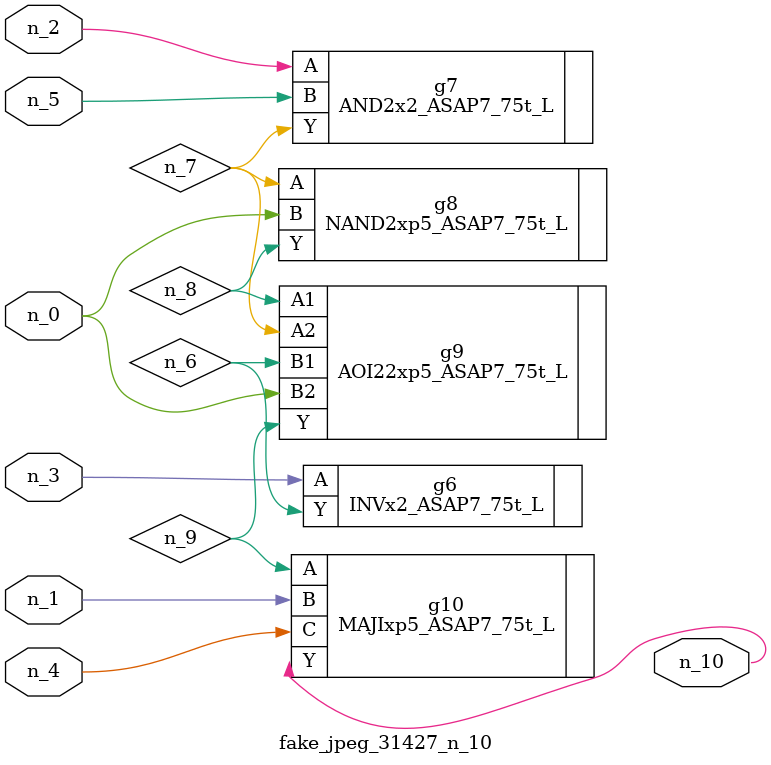
<source format=v>
module fake_jpeg_31427_n_10 (n_3, n_2, n_1, n_0, n_4, n_5, n_10);

input n_3;
input n_2;
input n_1;
input n_0;
input n_4;
input n_5;

output n_10;

wire n_8;
wire n_9;
wire n_6;
wire n_7;

INVx2_ASAP7_75t_L g6 ( 
.A(n_3),
.Y(n_6)
);

AND2x2_ASAP7_75t_L g7 ( 
.A(n_2),
.B(n_5),
.Y(n_7)
);

NAND2xp5_ASAP7_75t_L g8 ( 
.A(n_7),
.B(n_0),
.Y(n_8)
);

AOI22xp5_ASAP7_75t_L g9 ( 
.A1(n_8),
.A2(n_7),
.B1(n_6),
.B2(n_0),
.Y(n_9)
);

MAJIxp5_ASAP7_75t_L g10 ( 
.A(n_9),
.B(n_1),
.C(n_4),
.Y(n_10)
);


endmodule
</source>
